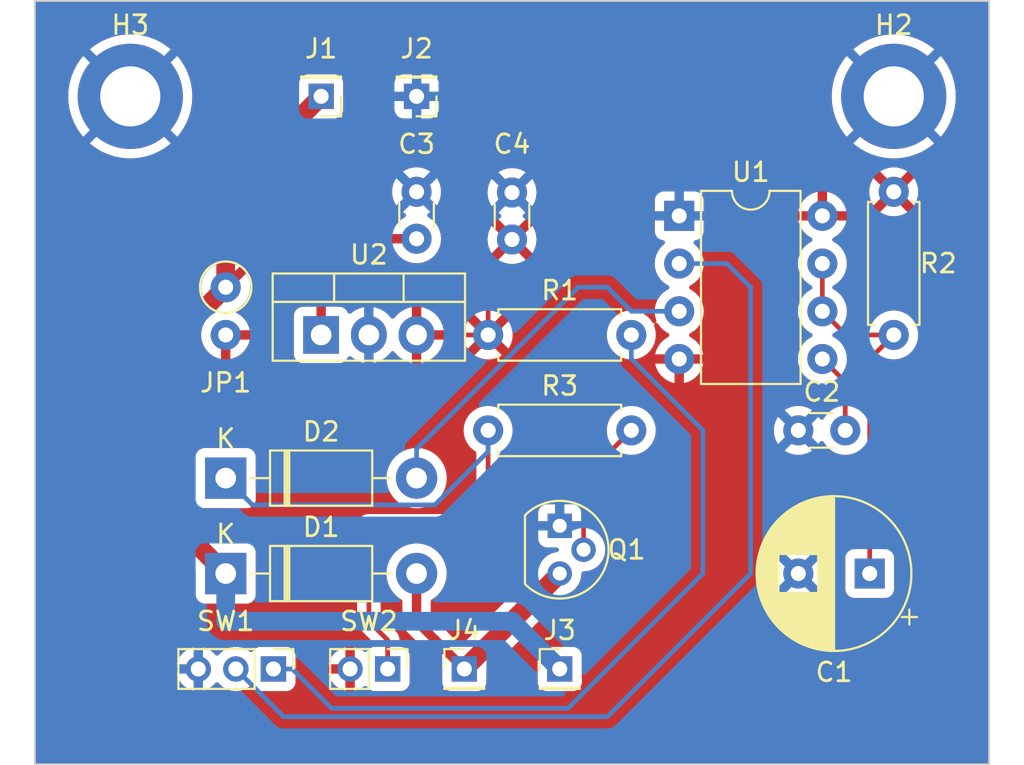
<source format=kicad_pcb>
(kicad_pcb (version 20221018) (generator pcbnew)
  (title_block (title "555 Monostable Multivibrator"))
  (layers (0 "F.Cu" signal) (31 "B.Cu" signal) (34 "B.Paste" user) (35 "F.Paste" user) (36 "B.SilkS" user "B.Silkscreen") (37 "F.SilkS" user "F.Silkscreen") (38 "B.Mask" user) (39 "F.Mask" user) (44 "Edge.Cuts" user))
  (net 0 "")
  (net 1 "Net-(U1-DIS)")
  (net 2 "GND")
  (net 3 "Net-(U1-CV)")
  (net 4 "VCC")
  (net 5 "/555_VIN")
  (net 6 "Net-(D2-K)")
  (net 7 "/555_OUT")
  (net 8 "Net-(Q1-B)")
  (net 9 "Net-(SW1-A)")
  (net 10 "Net-(SW1-B)")
  (net 11 "Net-(D1-A)")
  (footprint "Connector_PinHeader_2.00mm:PinHeader_1x01_P2.00mm_Vertical" (layer "F.Cu") (at 144.78 78.74)
    (fp_text reference "J4" (at 0 -2.06) (layer "F.SilkS"))
    (fp_text value "LOAD_COM")
    (fp_line (start -1.06 -1.06) (end 0 -1.06) (stroke (width 0.12)) (layer "F.SilkS"))
    (fp_line (start -1.06 0) (end -1.06 -1.06) (stroke (width 0.12)) (layer "F.SilkS"))
    (fp_line (start -1.06 1) (end -1.06 1.06) (stroke (width 0.12)) (layer "F.SilkS"))
    (fp_line (start -1.06 1) (end 1.06 1) (stroke (width 0.12)) (layer "F.SilkS"))
    (fp_line (start -1.06 1.06) (end 1.06 1.06) (stroke (width 0.12)) (layer "F.SilkS"))
    (fp_line (start 1.06 1) (end 1.06 1.06) (stroke (width 0.12)) (layer "F.SilkS"))
    (pad "1" thru_hole rect (at 0 0) (size 1.35 1.35) (drill 0.8) (layers "*.Cu" "*.Mask") (net 11 "Net-(D1-A)"))
  )
  (footprint "Package_TO_SOT_THT:TO-92" (layer "F.Cu") (at 149.86 71.12 -90)
    (fp_text reference "Q1" (at 1.27 -3.56 -180) (layer "F.SilkS"))
    (fp_text value "2N3904")
    (fp_line (start -0.53 1.85) (end 3.07 1.85) (stroke (width 0.12)) (layer "F.SilkS"))
    (fp_arc (start -0.568478 1.838478) (mid -1.132087 -0.994977) (end 1.27 -2.6) (stroke (width 0.12)) (layer "F.SilkS"))
    (fp_arc (start 1.27 -2.6) (mid 3.672087 -0.994977) (end 3.108478 1.838478) (stroke (width 0.12)) (layer "F.SilkS"))
    (pad "1" thru_hole rect (at 0 0 270) (size 1.3 1.3) (drill 0.75) (layers "*.Cu" "*.Mask") (net 2 "GND"))
    (pad "2" thru_hole circle (at 1.27 -1.27 270) (size 1.3 1.3) (drill 0.75) (layers "*.Cu" "*.Mask") (net 8 "Net-(Q1-B)"))
    (pad "3" thru_hole circle (at 2.54 0 270) (size 1.3 1.3) (drill 0.75) (layers "*.Cu" "*.Mask") (net 11 "Net-(D1-A)"))
  )
  (footprint "Resistor_THT:R_Axial_DIN0207_L6.3mm_D2.5mm_P7.62mm_Horizontal" (layer "F.Cu") (at 146.05 60.96)
    (fp_text reference "R1" (at 3.81 -2.37) (layer "F.SilkS"))
    (fp_text value "100K")
    (fp_line (start 0.54 -1.37) (end 7.08 -1.37) (stroke (width 0.12)) (layer "F.SilkS"))
    (fp_line (start 0.54 -1.04) (end 0.54 -1.37) (stroke (width 0.12)) (layer "F.SilkS"))
    (fp_line (start 0.54 1.04) (end 0.54 1.37) (stroke (width 0.12)) (layer "F.SilkS"))
    (fp_line (start 0.54 1.37) (end 7.08 1.37) (stroke (width 0.12)) (layer "F.SilkS"))
    (fp_line (start 7.08 -1.37) (end 7.08 -1.04) (stroke (width 0.12)) (layer "F.SilkS"))
    (fp_line (start 7.08 1.37) (end 7.08 1.04) (stroke (width 0.12)) (layer "F.SilkS"))
    (pad "1" thru_hole circle (at 0 0) (size 1.6 1.6) (drill 0.8) (layers "*.Cu" "*.Mask") (net 5 "/555_VIN"))
    (pad "2" thru_hole oval (at 7.62 0) (size 1.6 1.6) (drill 0.8) (layers "*.Cu" "*.Mask") (net 9 "Net-(SW1-A)"))
  )
  (footprint "Resistor_THT:R_Axial_DIN0207_L6.3mm_D2.5mm_P7.62mm_Horizontal" (layer "F.Cu") (at 146.05 66.04)
    (fp_text reference "R3" (at 3.81 -2.37) (layer "F.SilkS"))
    (fp_text value "120")
    (fp_line (start 0.54 -1.37) (end 7.08 -1.37) (stroke (width 0.12)) (layer "F.SilkS"))
    (fp_line (start 0.54 -1.04) (end 0.54 -1.37) (stroke (width 0.12)) (layer "F.SilkS"))
    (fp_line (start 0.54 1.04) (end 0.54 1.37) (stroke (width 0.12)) (layer "F.SilkS"))
    (fp_line (start 0.54 1.37) (end 7.08 1.37) (stroke (width 0.12)) (layer "F.SilkS"))
    (fp_line (start 7.08 -1.37) (end 7.08 -1.04) (stroke (width 0.12)) (layer "F.SilkS"))
    (fp_line (start 7.08 1.37) (end 7.08 1.04) (stroke (width 0.12)) (layer "F.SilkS"))
    (pad "1" thru_hole circle (at 0 0) (size 1.6 1.6) (drill 0.8) (layers "*.Cu" "*.Mask") (net 6 "Net-(D2-K)"))
    (pad "2" thru_hole oval (at 7.62 0) (size 1.6 1.6) (drill 0.8) (layers "*.Cu" "*.Mask") (net 8 "Net-(Q1-B)"))
  )
  (footprint "Connector_PinHeader_2.00mm:PinHeader_1x02_P2.00mm_Vertical" (layer "F.Cu") (at 140.7 78.74 -90)
    (fp_text reference "SW2" (at -2.54 1) (layer "F.SilkS"))
    (fp_text value "SW_BYPASS")
    (fp_line (start -1.06 -1.06) (end 0 -1.06) (stroke (width 0.12)) (layer "F.SilkS"))
    (fp_line (start -1.06 0) (end -1.06 -1.06) (stroke (width 0.12)) (layer "F.SilkS"))
    (fp_line (start -1.06 1) (end -1.06 3.06) (stroke (width 0.12)) (layer "F.SilkS"))
    (fp_line (start -1.06 1) (end 1.06 1) (stroke (width 0.12)) (layer "F.SilkS"))
    (fp_line (start -1.06 3.06) (end 1.06 3.06) (stroke (width 0.12)) (layer "F.SilkS"))
    (fp_line (start 1.06 1) (end 1.06 3.06) (stroke (width 0.12)) (layer "F.SilkS"))
    (pad "1" thru_hole rect (at 0 0 270) (size 1.35 1.35) (drill 0.8) (layers "*.Cu" "*.Mask") (net 6 "Net-(D2-K)"))
    (pad "2" thru_hole oval (at 0 2 270) (size 1.35 1.35) (drill 0.8) (layers "*.Cu" "*.Mask") (net 5 "/555_VIN"))
  )
  (footprint "Package_TO_SOT_THT:TO-220-3_Vertical" (layer "F.Cu") (at 137.16 60.96)
    (fp_text reference "U2" (at 2.54 -4.27) (layer "F.SilkS"))
    (fp_text value "LM7805_TO220")
    (fp_line (start -2.58 -3.27) (end -2.58 1.371) (stroke (width 0.12)) (layer "F.SilkS"))
    (fp_line (start -2.58 -3.27) (end 7.66 -3.27) (stroke (width 0.12)) (layer "F.SilkS"))
    (fp_line (start -2.58 -1.76) (end 7.66 -1.76) (stroke (width 0.12)) (layer "F.SilkS"))
    (fp_line (start -2.58 1.371) (end 7.66 1.371) (stroke (width 0.12)) (layer "F.SilkS"))
    (fp_line (start 0.69 -3.27) (end 0.69 -1.76) (stroke (width 0.12)) (layer "F.SilkS"))
    (fp_line (start 4.391 -3.27) (end 4.391 -1.76) (stroke (width 0.12)) (layer "F.SilkS"))
    (fp_line (start 7.66 -3.27) (end 7.66 1.371) (stroke (width 0.12)) (layer "F.SilkS"))
    (pad "1" thru_hole rect (at 0 0) (size 1.905 2) (drill 1.1) (layers "*.Cu" "*.Mask") (net 4 "VCC"))
    (pad "2" thru_hole oval (at 2.54 0) (size 1.905 2) (drill 1.1) (layers "*.Cu" "*.Mask") (net 2 "GND"))
    (pad "3" thru_hole oval (at 5.08 0) (size 1.905 2) (drill 1.1) (layers "*.Cu" "*.Mask") (net 5 "/555_VIN"))
  )
  (footprint "MountingHole:MountingHole_3.2mm_M3_DIN965_Pad_TopBottom" (layer "F.Cu") (at 167.64 48.26)
    (fp_text reference "H2" (at 0 -3.8) (layer "F.SilkS"))
    (fp_text value "MountingHole_Pad")
    (pad "1" thru_hole circle (at 0 0) (size 3.6 3.6) (drill 3.2) (layers "*.Cu" "*.Mask") (net 2 "GND"))
    (pad "1" connect circle (at 0 0) (size 5.6 5.6) (layers "F.Cu" "F.Mask") (net 2 "GND"))
    (pad "1" connect circle (at 0 0) (size 5.6 5.6) (layers "B.Cu" "B.Mask") (net 2 "GND"))
  )
  (footprint "Resistor_THT:R_Axial_DIN0207_L6.3mm_D2.5mm_P7.62mm_Horizontal" (layer "F.Cu") (at 167.64 53.34 -90)
    (fp_text reference "R2" (at 3.81 -2.37) (layer "F.SilkS"))
    (fp_text value "POT")
    (fp_line (start 0.54 -1.37) (end 7.08 -1.37) (stroke (width 0.12)) (layer "F.SilkS"))
    (fp_line (start 0.54 -1.04) (end 0.54 -1.37) (stroke (width 0.12)) (layer "F.SilkS"))
    (fp_line (start 0.54 1.04) (end 0.54 1.37) (stroke (width 0.12)) (layer "F.SilkS"))
    (fp_line (start 0.54 1.37) (end 7.08 1.37) (stroke (width 0.12)) (layer "F.SilkS"))
    (fp_line (start 7.08 -1.37) (end 7.08 -1.04) (stroke (width 0.12)) (layer "F.SilkS"))
    (fp_line (start 7.08 1.37) (end 7.08 1.04) (stroke (width 0.12)) (layer "F.SilkS"))
    (pad "1" thru_hole circle (at 0 0 270) (size 1.6 1.6) (drill 0.8) (layers "*.Cu" "*.Mask") (net 5 "/555_VIN"))
    (pad "2" thru_hole oval (at 7.62 0 270) (size 1.6 1.6) (drill 0.8) (layers "*.Cu" "*.Mask") (net 1 "Net-(U1-DIS)"))
  )
  (footprint "Capacitor_THT:C_Disc_D3.0mm_W1.6mm_P2.50mm" (layer "F.Cu") (at 142.24 55.84 90)
    (fp_text reference "C3" (at 5.04 0 180) (layer "F.SilkS"))
    (fp_text value "0.33uF")
    (fp_line (start 0.621 -0.92) (end 1.879 -0.92) (stroke (width 0.12)) (layer "F.SilkS"))
    (fp_line (start 0.621 0.92) (end 1.879 0.92) (stroke (width 0.12)) (layer "F.SilkS"))
    (pad "1" thru_hole circle (at 0 0 90) (size 1.6 1.6) (drill 0.8) (layers "*.Cu" "*.Mask") (net 4 "VCC"))
    (pad "2" thru_hole circle (at 2.5 0 90) (size 1.6 1.6) (drill 0.8) (layers "*.Cu" "*.Mask") (net 2 "GND"))
  )
  (footprint "Resistor_THT:R_Axial_DIN0207_L6.3mm_D2.5mm_P2.54mm_Vertical" (layer "F.Cu") (at 132.08 58.42 -90)
    (fp_text reference "JP1" (at 5.08 0 -180) (layer "F.SilkS"))
    (fp_text value "Jumper_2_Open")
    (fp_line (start 1.37 0) (end 1.44 0) (stroke (width 0.12)) (layer "F.SilkS"))
    (fp_circle (center 0 0) (end 1.37 0) (stroke (width 0.12)) (fill none) (layer "F.SilkS"))
    (pad "1" thru_hole circle (at 0 0 270) (size 1.6 1.6) (drill 0.8) (layers "*.Cu" "*.Mask") (net 4 "VCC"))
    (pad "2" thru_hole oval (at 2.54 0 270) (size 1.6 1.6) (drill 0.8) (layers "*.Cu" "*.Mask") (net 5 "/555_VIN"))
  )
  (footprint "Connector_PinHeader_2.00mm:PinHeader_1x01_P2.00mm_Vertical" (layer "F.Cu") (at 137.16 48.26 180)
    (fp_text reference "J1" (at 0 2.54) (layer "F.SilkS"))
    (fp_text value "VCC_IN")
    (fp_line (start -1.06 -1.06) (end 0 -1.06) (stroke (width 0.12)) (layer "F.SilkS"))
    (fp_line (start -1.06 0) (end -1.06 -1.06) (stroke (width 0.12)) (layer "F.SilkS"))
    (fp_line (start -1.06 1) (end -1.06 1.06) (stroke (width 0.12)) (layer "F.SilkS"))
    (fp_line (start -1.06 1) (end 1.06 1) (stroke (width 0.12)) (layer "F.SilkS"))
    (fp_line (start -1.06 1.06) (end 1.06 1.06) (stroke (width 0.12)) (layer "F.SilkS"))
    (fp_line (start 1.06 1) (end 1.06 1.06) (stroke (width 0.12)) (layer "F.SilkS"))
    (pad "1" thru_hole rect (at 0 0 180) (size 1.35 1.35) (drill 0.8) (layers "*.Cu" "*.Mask") (net 4 "VCC"))
  )
  (footprint "MountingHole:MountingHole_3.2mm_M3_DIN965_Pad_TopBottom" (layer "F.Cu") (at 127 48.26)
    (fp_text reference "H3" (at 0 -3.8) (layer "F.SilkS"))
    (fp_text value "MountingHole_Pad")
    (pad "1" thru_hole circle (at 0 0) (size 3.6 3.6) (drill 3.2) (layers "*.Cu" "*.Mask") (net 2 "GND"))
    (pad "1" connect circle (at 0 0) (size 5.6 5.6) (layers "F.Cu" "F.Mask") (net 2 "GND"))
    (pad "1" connect circle (at 0 0) (size 5.6 5.6) (layers "B.Cu" "B.Mask") (net 2 "GND"))
  )
  (footprint "Connector_PinHeader_2.00mm:PinHeader_1x03_P2.00mm_Vertical" (layer "F.Cu") (at 134.62 78.74 -90)
    (fp_text reference "SW1" (at -2.54 2.54) (layer "F.SilkS"))
    (fp_text value "SW_TRIG")
    (fp_line (start -1.06 -1.06) (end 0 -1.06) (stroke (width 0.12)) (layer "F.SilkS"))
    (fp_line (start -1.06 0) (end -1.06 -1.06) (stroke (width 0.12)) (layer "F.SilkS"))
    (fp_line (start -1.06 1) (end -1.06 5.06) (stroke (width 0.12)) (layer "F.SilkS"))
    (fp_line (start -1.06 1) (end 1.06 1) (stroke (width 0.12)) (layer "F.SilkS"))
    (fp_line (start -1.06 5.06) (end 1.06 5.06) (stroke (width 0.12)) (layer "F.SilkS"))
    (fp_line (start 1.06 1) (end 1.06 5.06) (stroke (width 0.12)) (layer "F.SilkS"))
    (pad "1" thru_hole rect (at 0 0 270) (size 1.35 1.35) (drill 0.8) (layers "*.Cu" "*.Mask") (net 9 "Net-(SW1-A)"))
    (pad "2" thru_hole oval (at 0 2 270) (size 1.35 1.35) (drill 0.8) (layers "*.Cu" "*.Mask") (net 10 "Net-(SW1-B)"))
    (pad "3" thru_hole oval (at 0 4 270) (size 1.35 1.35) (drill 0.8) (layers "*.Cu" "*.Mask") (net 2 "GND"))
  )
  (footprint "Capacitor_THT:C_Disc_D3.0mm_W1.6mm_P2.50mm" (layer "F.Cu") (at 162.56 66.04)
    (fp_text reference "C2" (at 1.25 -2.05) (layer "F.SilkS"))
    (fp_text value "10nF")
    (fp_line (start 0.621 -0.92) (end 1.879 -0.92) (stroke (width 0.12)) (layer "F.SilkS"))
    (fp_line (start 0.621 0.92) (end 1.879 0.92) (stroke (width 0.12)) (layer "F.SilkS"))
    (pad "1" thru_hole circle (at 0 0) (size 1.6 1.6) (drill 0.8) (layers "*.Cu" "*.Mask") (net 2 "GND"))
    (pad "2" thru_hole circle (at 2.5 0) (size 1.6 1.6) (drill 0.8) (layers "*.Cu" "*.Mask") (net 3 "Net-(U1-CV)"))
  )
  (footprint "Package_DIP:DIP-8_W7.62mm" (layer "F.Cu") (at 156.22 54.62)
    (fp_text reference "U1" (at 3.81 -2.33) (layer "F.SilkS"))
    (fp_text value "NE555P")
    (fp_line (start 1.16 -1.33) (end 1.16 8.95) (stroke (width 0.12)) (layer "F.SilkS"))
    (fp_line (start 1.16 8.95) (end 6.46 8.95) (stroke (width 0.12)) (layer "F.SilkS"))
    (fp_line (start 2.81 -1.33) (end 1.16 -1.33) (stroke (width 0.12)) (layer "F.SilkS"))
    (fp_line (start 6.46 -1.33) (end 4.81 -1.33) (stroke (width 0.12)) (layer "F.SilkS"))
    (fp_line (start 6.46 8.95) (end 6.46 -1.33) (stroke (width 0.12)) (layer "F.SilkS"))
    (fp_arc (start 4.81 -1.33) (mid 3.81 -0.33) (end 2.81 -1.33) (stroke (width 0.12)) (layer "F.SilkS"))
    (pad "1" thru_hole rect (at 0 0) (size 1.6 1.6) (drill 0.8) (layers "*.Cu" "*.Mask") (net 2 "GND"))
    (pad "2" thru_hole oval (at 0 2.54) (size 1.6 1.6) (drill 0.8) (layers "*.Cu" "*.Mask") (net 10 "Net-(SW1-B)"))
    (pad "3" thru_hole oval (at 0 5.08) (size 1.6 1.6) (drill 0.8) (layers "*.Cu" "*.Mask") (net 7 "/555_OUT"))
    (pad "4" thru_hole oval (at 0 7.62) (size 1.6 1.6) (drill 0.8) (layers "*.Cu" "*.Mask") (net 5 "/555_VIN"))
    (pad "5" thru_hole oval (at 7.62 7.62) (size 1.6 1.6) (drill 0.8) (layers "*.Cu" "*.Mask") (net 3 "Net-(U1-CV)"))
    (pad "6" thru_hole oval (at 7.62 5.08) (size 1.6 1.6) (drill 0.8) (layers "*.Cu" "*.Mask") (net 1 "Net-(U1-DIS)"))
    (pad "7" thru_hole oval (at 7.62 2.54) (size 1.6 1.6) (drill 0.8) (layers "*.Cu" "*.Mask") (net 1 "Net-(U1-DIS)"))
    (pad "8" thru_hole oval (at 7.62 0) (size 1.6 1.6) (drill 0.8) (layers "*.Cu" "*.Mask") (net 5 "/555_VIN"))
  )
  (footprint "Connector_PinHeader_2.00mm:PinHeader_1x01_P2.00mm_Vertical" (layer "F.Cu") (at 149.86 78.74)
    (fp_text reference "J3" (at 0 -2.06) (layer "F.SilkS"))
    (fp_text value "LOAD_VIN")
    (fp_line (start -1.06 -1.06) (end 0 -1.06) (stroke (width 0.12)) (layer "F.SilkS"))
    (fp_line (start -1.06 0) (end -1.06 -1.06) (stroke (width 0.12)) (layer "F.SilkS"))
    (fp_line (start -1.06 1) (end -1.06 1.06) (stroke (width 0.12)) (layer "F.SilkS"))
    (fp_line (start -1.06 1) (end 1.06 1) (stroke (width 0.12)) (layer "F.SilkS"))
    (fp_line (start -1.06 1.06) (end 1.06 1.06) (stroke (width 0.12)) (layer "F.SilkS"))
    (fp_line (start 1.06 1) (end 1.06 1.06) (stroke (width 0.12)) (layer "F.SilkS"))
    (pad "1" thru_hole rect (at 0 0) (size 1.35 1.35) (drill 0.8) (layers "*.Cu" "*.Mask") (net 4 "VCC"))
  )
  (footprint "Connector_PinHeader_2.00mm:PinHeader_1x01_P2.00mm_Vertical" (layer "F.Cu") (at 142.24 48.26 180)
    (fp_text reference "J2" (at 0 2.54) (layer "F.SilkS"))
    (fp_text value "GND_IN")
    (fp_line (start -1.06 -1.06) (end 0 -1.06) (stroke (width 0.12)) (layer "F.SilkS"))
    (fp_line (start -1.06 0) (end -1.06 -1.06) (stroke (width 0.12)) (layer "F.SilkS"))
    (fp_line (start -1.06 1) (end -1.06 1.06) (stroke (width 0.12)) (layer "F.SilkS"))
    (fp_line (start -1.06 1) (end 1.06 1) (stroke (width 0.12)) (layer "F.SilkS"))
    (fp_line (start -1.06 1.06) (end 1.06 1.06) (stroke (width 0.12)) (layer "F.SilkS"))
    (fp_line (start 1.06 1) (end 1.06 1.06) (stroke (width 0.12)) (layer "F.SilkS"))
    (pad "1" thru_hole rect (at 0 0 180) (size 1.35 1.35) (drill 0.8) (layers "*.Cu" "*.Mask") (net 2 "GND"))
  )
  (footprint "Capacitor_THT:C_Disc_D3.0mm_W1.6mm_P2.50mm" (layer "F.Cu") (at 147.32 55.88 90)
    (fp_text reference "C4" (at 5.08 0 180) (layer "F.SilkS"))
    (fp_text value "0.1uF")
    (fp_line (start 0.621 -0.92) (end 1.879 -0.92) (stroke (width 0.12)) (layer "F.SilkS"))
    (fp_line (start 0.621 0.92) (end 1.879 0.92) (stroke (width 0.12)) (layer "F.SilkS"))
    (pad "1" thru_hole circle (at 0 0 90) (size 1.6 1.6) (drill 0.8) (layers "*.Cu" "*.Mask") (net 5 "/555_VIN"))
    (pad "2" thru_hole circle (at 2.5 0 90) (size 1.6 1.6) (drill 0.8) (layers "*.Cu" "*.Mask") (net 2 "GND"))
  )
  (footprint "Diode_THT:D_DO-41_SOD81_P10.16mm_Horizontal" (layer "F.Cu") (at 132.08 68.58)
    (fp_text reference "D2" (at 5.08 -2.47) (layer "F.SilkS"))
    (fp_text value "1N4001")
    (fp_text user "K" (at 0 -2.1) (layer "F.SilkS"))
    (fp_line (start 1.34 0) (end 2.36 0) (stroke (width 0.12)) (layer "F.SilkS"))
    (fp_line (start 2.36 -1.47) (end 2.36 1.47) (stroke (width 0.12)) (layer "F.SilkS"))
    (fp_line (start 2.36 1.47) (end 7.8 1.47) (stroke (width 0.12)) (layer "F.SilkS"))
    (fp_line (start 3.14 -1.47) (end 3.14 1.47) (stroke (width 0.12)) (layer "F.SilkS"))
    (fp_line (start 3.26 -1.47) (end 3.26 1.47) (stroke (width 0.12)) (layer "F.SilkS"))
    (fp_line (start 3.38 -1.47) (end 3.38 1.47) (stroke (width 0.12)) (layer "F.SilkS"))
    (fp_line (start 7.8 -1.47) (end 2.36 -1.47) (stroke (width 0.12)) (layer "F.SilkS"))
    (fp_line (start 7.8 1.47) (end 7.8 -1.47) (stroke (width 0.12)) (layer "F.SilkS"))
    (fp_line (start 8.82 0) (end 7.8 0) (stroke (width 0.12)) (layer "F.SilkS"))
    (pad "1" thru_hole rect (at 0 0) (size 2.2 2.2) (drill 1.1) (layers "*.Cu" "*.Mask") (net 6 "Net-(D2-K)"))
    (pad "2" thru_hole oval (at 10.16 0) (size 2.2 2.2) (drill 1.1) (layers "*.Cu" "*.Mask") (net 7 "/555_OUT"))
  )
  (footprint "Diode_THT:D_DO-41_SOD81_P10.16mm_Horizontal" (layer "F.Cu") (at 132.08 73.66)
    (fp_text reference "D1" (at 5.08 -2.47) (layer "F.SilkS"))
    (fp_text value "1N4001")
    (fp_text user "K" (at 0 -2.1) (layer "F.SilkS"))
    (fp_line (start 1.34 0) (end 2.36 0) (stroke (width 0.12)) (layer "F.SilkS"))
    (fp_line (start 2.36 -1.47) (end 2.36 1.47) (stroke (width 0.12)) (layer "F.SilkS"))
    (fp_line (start 2.36 1.47) (end 7.8 1.47) (stroke (width 0.12)) (layer "F.SilkS"))
    (fp_line (start 3.14 -1.47) (end 3.14 1.47) (stroke (width 0.12)) (layer "F.SilkS"))
    (fp_line (start 3.26 -1.47) (end 3.26 1.47) (stroke (width 0.12)) (layer "F.SilkS"))
    (fp_line (start 3.38 -1.47) (end 3.38 1.47) (stroke (width 0.12)) (layer "F.SilkS"))
    (fp_line (start 7.8 -1.47) (end 2.36 -1.47) (stroke (width 0.12)) (layer "F.SilkS"))
    (fp_line (start 7.8 1.47) (end 7.8 -1.47) (stroke (width 0.12)) (layer "F.SilkS"))
    (fp_line (start 8.82 0) (end 7.8 0) (stroke (width 0.12)) (layer "F.SilkS"))
    (pad "1" thru_hole rect (at 0 0) (size 2.2 2.2) (drill 1.1) (layers "*.Cu" "*.Mask") (net 4 "VCC"))
    (pad "2" thru_hole oval (at 10.16 0) (size 2.2 2.2) (drill 1.1) (layers "*.Cu" "*.Mask") (net 11 "Net-(D1-A)"))
  )
  (footprint "Capacitor_THT:CP_Radial_D8.0mm_P3.80mm" (layer "F.Cu") (at 166.36 73.66 180)
    (fp_text reference "C1" (at 1.9 -5.25) (layer "F.SilkS"))
    (fp_text value "C")
    (fp_line (start -2.509698 -2.315) (end -1.709698 -2.315) (stroke (width 0.12)) (layer "F.SilkS"))
    (fp_line (start -2.109698 -2.715) (end -2.109698 -1.915) (stroke (width 0.12)) (layer "F.SilkS"))
    (fp_line (start 1.9 -4.08) (end 1.9 4.08) (stroke (width 0.12)) (layer "F.SilkS"))
    (fp_line (start 1.94 -4.08) (end 1.94 4.08) (stroke (width 0.12)) (layer "F.SilkS"))
    (fp_line (start 1.98 -4.08) (end 1.98 4.08) (stroke (width 0.12)) (layer "F.SilkS"))
    (fp_line (start 2.02 -4.079) (end 2.02 4.079) (stroke (width 0.12)) (layer "F.SilkS"))
    (fp_line (start 2.06 -4.077) (end 2.06 4.077) (stroke (width 0.12)) (layer "F.SilkS"))
    (fp_line (start 2.1 -4.076) (end 2.1 4.076) (stroke (width 0.12)) (layer "F.SilkS"))
    (fp_line (start 2.14 -4.074) (end 2.14 4.074) (stroke (width 0.12)) (layer "F.SilkS"))
    (fp_line (start 2.18 -4.071) (end 2.18 4.071) (stroke (width 0.12)) (layer "F.SilkS"))
    (fp_line (start 2.22 -4.068) (end 2.22 4.068) (stroke (width 0.12)) (layer "F.SilkS"))
    (fp_line (start 2.26 -4.065) (end 2.26 4.065) (stroke (width 0.12)) (layer "F.SilkS"))
    (fp_line (start 2.3 -4.061) (end 2.3 4.061) (stroke (width 0.12)) (layer "F.SilkS"))
    (fp_line (start 2.34 -4.057) (end 2.34 4.057) (stroke (width 0.12)) (layer "F.SilkS"))
    (fp_line (start 2.38 -4.052) (end 2.38 4.052) (stroke (width 0.12)) (layer "F.SilkS"))
    (fp_line (start 2.42 -4.048) (end 2.42 4.048) (stroke (width 0.12)) (layer "F.SilkS"))
    (fp_line (start 2.46 -4.042) (end 2.46 4.042) (stroke (width 0.12)) (layer "F.SilkS"))
    (fp_line (start 2.5 -4.037) (end 2.5 4.037) (stroke (width 0.12)) (layer "F.SilkS"))
    (fp_line (start 2.54 -4.03) (end 2.54 4.03) (stroke (width 0.12)) (layer "F.SilkS"))
    (fp_line (start 2.58 -4.024) (end 2.58 4.024) (stroke (width 0.12)) (layer "F.SilkS"))
    (fp_line (start 2.621 -4.017) (end 2.621 4.017) (stroke (width 0.12)) (layer "F.SilkS"))
    (fp_line (start 2.661 -4.01) (end 2.661 4.01) (stroke (width 0.12)) (layer "F.SilkS"))
    (fp_line (start 2.701 -4.002) (end 2.701 4.002) (stroke (width 0.12)) (layer "F.SilkS"))
    (fp_line (start 2.741 -3.994) (end 2.741 3.994) (stroke (width 0.12)) (layer "F.SilkS"))
    (fp_line (start 2.781 -3.985) (end 2.781 -1.04) (stroke (width 0.12)) (layer "F.SilkS"))
    (fp_line (start 2.781 1.04) (end 2.781 3.985) (stroke (width 0.12)) (layer "F.SilkS"))
    (fp_line (start 2.821 -3.976) (end 2.821 -1.04) (stroke (width 0.12)) (layer "F.SilkS"))
    (fp_line (start 2.821 1.04) (end 2.821 3.976) (stroke (width 0.12)) (layer "F.SilkS"))
    (fp_line (start 2.861 -3.967) (end 2.861 -1.04) (stroke (width 0.12)) (layer "F.SilkS"))
    (fp_line (start 2.861 1.04) (end 2.861 3.967) (stroke (width 0.12)) (layer "F.SilkS"))
    (fp_line (start 2.901 -3.957) (end 2.901 -1.04) (stroke (width 0.12)) (layer "F.SilkS"))
    (fp_line (start 2.901 1.04) (end 2.901 3.957) (stroke (width 0.12)) (layer "F.SilkS"))
    (fp_line (start 2.941 -3.947) (end 2.941 -1.04) (stroke (width 0.12)) (layer "F.SilkS"))
    (fp_line (start 2.941 1.04) (end 2.941 3.947) (stroke (width 0.12)) (layer "F.SilkS"))
    (fp_line (start 2.981 -3.936) (end 2.981 -1.04) (stroke (width 0.12)) (layer "F.SilkS"))
    (fp_line (start 2.981 1.04) (end 2.981 3.936) (stroke (width 0.12)) (layer "F.SilkS"))
    (fp_line (start 3.021 -3.925) (end 3.021 -1.04) (stroke (width 0.12)) (layer "F.SilkS"))
    (fp_line (start 3.021 1.04) (end 3.021 3.925) (stroke (width 0.12)) (layer "F.SilkS"))
    (fp_line (start 3.061 -3.914) (end 3.061 -1.04) (stroke (width 0.12)) (layer "F.SilkS"))
    (fp_line (start 3.061 1.04) (end 3.061 3.914) (stroke (width 0.12)) (layer "F.SilkS"))
    (fp_line (start 3.101 -3.902) (end 3.101 -1.04) (stroke (width 0.12)) (layer "F.SilkS"))
    (fp_line (start 3.101 1.04) (end 3.101 3.902) (stroke (width 0.12)) (layer "F.SilkS"))
    (fp_line (start 3.141 -3.889) (end 3.141 -1.04) (stroke (width 0.12)) (layer "F.SilkS"))
    (fp_line (start 3.141 1.04) (end 3.141 3.889) (stroke (width 0.12)) (layer "F.SilkS"))
    (fp_line (start 3.181 -3.877) (end 3.181 -1.04) (stroke (width 0.12)) (layer "F.SilkS"))
    (fp_line (start 3.181 1.04) (end 3.181 3.877) (stroke (width 0.12)) (layer "F.SilkS"))
    (fp_line (start 3.221 -3.863) (end 3.221 -1.04) (stroke (width 0.12)) (layer "F.SilkS"))
    (fp_line (start 3.221 1.04) (end 3.221 3.863) (stroke (width 0.12)) (layer "F.SilkS"))
    (fp_line (start 3.261 -3.85) (end 3.261 -1.04) (stroke (width 0.12)) (layer "F.SilkS"))
    (fp_line (start 3.261 1.04) (end 3.261 3.85) (stroke (width 0.12)) (layer "F.SilkS"))
    (fp_line (start 3.301 -3.835) (end 3.301 -1.04) (stroke (width 0.12)) (layer "F.SilkS"))
    (fp_line (start 3.301 1.04) (end 3.301 3.835) (stroke (width 0.12)) (layer "F.SilkS"))
    (fp_line (start 3.341 -3.821) (end 3.341 -1.04) (stroke (width 0.12)) (layer "F.SilkS"))
    (fp_line (start 3.341 1.04) (end 3.341 3.821) (stroke (width 0.12)) (layer "F.SilkS"))
    (fp_line (start 3.381 -3.805) (end 3.381 -1.04) (stroke (width 0.12)) (layer "F.SilkS"))
    (fp_line (start 3.381 1.04) (end 3.381 3.805) (stroke (width 0.12)) (layer "F.SilkS"))
    (fp_line (start 3.421 -3.79) (end 3.421 -1.04) (stroke (width 0.12)) (layer "F.SilkS"))
    (fp_line (start 3.421 1.04) (end 3.421 3.79) (stroke (width 0.12)) (layer "F.SilkS"))
    (fp_line (start 3.461 -3.774) (end 3.461 -1.04) (stroke (width 0.12)) (layer "F.SilkS"))
    (fp_line (start 3.461 1.04) (end 3.461 3.774) (stroke (width 0.12)) (layer "F.SilkS"))
    (fp_line (start 3.501 -3.757) (end 3.501 -1.04) (stroke (width 0.12)) (layer "F.SilkS"))
    (fp_line (start 3.501 1.04) (end 3.501 3.757) (stroke (width 0.12)) (layer "F.SilkS"))
    (fp_line (start 3.541 -3.74) (end 3.541 -1.04) (stroke (width 0.12)) (layer "F.SilkS"))
    (fp_line (start 3.541 1.04) (end 3.541 3.74) (stroke (width 0.12)) (layer "F.SilkS"))
    (fp_line (start 3.581 -3.722) (end 3.581 -1.04) (stroke (width 0.12)) (layer "F.SilkS"))
    (fp_line (start 3.581 1.04) (end 3.581 3.722) (stroke (width 0.12)) (layer "F.SilkS"))
    (fp_line (start 3.621 -3.704) (end 3.621 -1.04) (stroke (width 0.12)) (layer "F.SilkS"))
    (fp_line (start 3.621 1.04) (end 3.621 3.704) (stroke (width 0.12)) (layer "F.SilkS"))
    (fp_line (start 3.661 -3.686) (end 3.661 -1.04) (stroke (width 0.12)) (layer "F.SilkS"))
    (fp_line (start 3.661 1.04) (end 3.661 3.686) (stroke (width 0.12)) (layer "F.SilkS"))
    (fp_line (start 3.701 -3.666) (end 3.701 -1.04) (stroke (width 0.12)) (layer "F.SilkS"))
    (fp_line (start 3.701 1.04) (end 3.701 3.666) (stroke (width 0.12)) (layer "F.SilkS"))
    (fp_line (start 3.741 -3.647) (end 3.741 -1.04) (stroke (width 0.12)) (layer "F.SilkS"))
    (fp_line (start 3.741 1.04) (end 3.741 3.647) (stroke (width 0.12)) (layer "F.SilkS"))
    (fp_line (start 3.781 -3.627) (end 3.781 -1.04) (stroke (width 0.12)) (layer "F.SilkS"))
    (fp_line (start 3.781 1.04) (end 3.781 3.627) (stroke (width 0.12)) (layer "F.SilkS"))
    (fp_line (start 3.821 -3.606) (end 3.821 -1.04) (stroke (width 0.12)) (layer "F.SilkS"))
    (fp_line (start 3.821 1.04) (end 3.821 3.606) (stroke (width 0.12)) (layer "F.SilkS"))
    (fp_line (start 3.861 -3.584) (end 3.861 -1.04) (stroke (width 0.12)) (layer "F.SilkS"))
    (fp_line (start 3.861 1.04) (end 3.861 3.584) (stroke (width 0.12)) (layer "F.SilkS"))
    (fp_line (start 3.901 -3.562) (end 3.901 -1.04) (stroke (width 0.12)) (layer "F.SilkS"))
    (fp_line (start 3.901 1.04) (end 3.901 3.562) (stroke (width 0.12)) (layer "F.SilkS"))
    (fp_line (start 3.941 -3.54) (end 3.941 -1.04) (stroke (width 0.12)) (layer "F.SilkS"))
    (fp_line (start 3.941 1.04) (end 3.941 3.54) (stroke (width 0.12)) (layer "F.SilkS"))
    (fp_line (start 3.981 -3.517) (end 3.981 -1.04) (stroke (width 0.12)) (layer "F.SilkS"))
    (fp_line (start 3.981 1.04) (end 3.981 3.517) (stroke (width 0.12)) (layer "F.SilkS"))
    (fp_line (start 4.021 -3.493) (end 4.021 -1.04) (stroke (width 0.12)) (layer "F.SilkS"))
    (fp_line (start 4.021 1.04) (end 4.021 3.493) (stroke (width 0.12)) (layer "F.SilkS"))
    (fp_line (start 4.061 -3.469) (end 4.061 -1.04) (stroke (width 0.12)) (layer "F.SilkS"))
    (fp_line (start 4.061 1.04) (end 4.061 3.469) (stroke (width 0.12)) (layer "F.SilkS"))
    (fp_line (start 4.101 -3.444) (end 4.101 -1.04) (stroke (width 0.12)) (layer "F.SilkS"))
    (fp_line (start 4.101 1.04) (end 4.101 3.444) (stroke (width 0.12)) (layer "F.SilkS"))
    (fp_line (start 4.141 -3.418) (end 4.141 -1.04) (stroke (width 0.12)) (layer "F.SilkS"))
    (fp_line (start 4.141 1.04) (end 4.141 3.418) (stroke (width 0.12)) (layer "F.SilkS"))
    (fp_line (start 4.181 -3.392) (end 4.181 -1.04) (stroke (width 0.12)) (layer "F.SilkS"))
    (fp_line (start 4.181 1.04) (end 4.181 3.392) (stroke (width 0.12)) (layer "F.SilkS"))
    (fp_line (start 4.221 -3.365) (end 4.221 -1.04) (stroke (width 0.12)) (layer "F.SilkS"))
    (fp_line (start 4.221 1.04) (end 4.221 3.365) (stroke (width 0.12)) (layer "F.SilkS"))
    (fp_line (start 4.261 -3.338) (end 4.261 -1.04) (stroke (width 0.12)) (layer "F.SilkS"))
    (fp_line (start 4.261 1.04) (end 4.261 3.338) (stroke (width 0.12)) (layer "F.SilkS"))
    (fp_line (start 4.301 -3.309) (end 4.301 -1.04) (stroke (width 0.12)) (layer "F.SilkS"))
    (fp_line (start 4.301 1.04) (end 4.301 3.309) (stroke (width 0.12)) (layer "F.SilkS"))
    (fp_line (start 4.341 -3.28) (end 4.341 -1.04) (stroke (width 0.12)) (layer "F.SilkS"))
    (fp_line (start 4.341 1.04) (end 4.341 3.28) (stroke (width 0.12)) (layer "F.SilkS"))
    (fp_line (start 4.381 -3.25) (end 4.381 -1.04) (stroke (width 0.12)) (layer "F.SilkS"))
    (fp_line (start 4.381 1.04) (end 4.381 3.25) (stroke (width 0.12)) (layer "F.SilkS"))
    (fp_line (start 4.421 -3.22) (end 4.421 -1.04) (stroke (width 0.12)) (layer "F.SilkS"))
    (fp_line (start 4.421 1.04) (end 4.421 3.22) (stroke (width 0.12)) (layer "F.SilkS"))
    (fp_line (start 4.461 -3.189) (end 4.461 -1.04) (stroke (width 0.12)) (layer "F.SilkS"))
    (fp_line (start 4.461 1.04) (end 4.461 3.189) (stroke (width 0.12)) (layer "F.SilkS"))
    (fp_line (start 4.501 -3.156) (end 4.501 -1.04) (stroke (width 0.12)) (layer "F.SilkS"))
    (fp_line (start 4.501 1.04) (end 4.501 3.156) (stroke (width 0.12)) (layer "F.SilkS"))
    (fp_line (start 4.541 -3.124) (end 4.541 -1.04) (stroke (width 0.12)) (layer "F.SilkS"))
    (fp_line (start 4.541 1.04) (end 4.541 3.124) (stroke (width 0.12)) (layer "F.SilkS"))
    (fp_line (start 4.581 -3.09) (end 4.581 -1.04) (stroke (width 0.12)) (layer "F.SilkS"))
    (fp_line (start 4.581 1.04) (end 4.581 3.09) (stroke (width 0.12)) (layer "F.SilkS"))
    (fp_line (start 4.621 -3.055) (end 4.621 -1.04) (stroke (width 0.12)) (layer "F.SilkS"))
    (fp_line (start 4.621 1.04) (end 4.621 3.055) (stroke (width 0.12)) (layer "F.SilkS"))
    (fp_line (start 4.661 -3.019) (end 4.661 -1.04) (stroke (width 0.12)) (layer "F.SilkS"))
    (fp_line (start 4.661 1.04) (end 4.661 3.019) (stroke (width 0.12)) (layer "F.SilkS"))
    (fp_line (start 4.701 -2.983) (end 4.701 -1.04) (stroke (width 0.12)) (layer "F.SilkS"))
    (fp_line (start 4.701 1.04) (end 4.701 2.983) (stroke (width 0.12)) (layer "F.SilkS"))
    (fp_line (start 4.741 -2.945) (end 4.741 -1.04) (stroke (width 0.12)) (layer "F.SilkS"))
    (fp_line (start 4.741 1.04) (end 4.741 2.945) (stroke (width 0.12)) (layer "F.SilkS"))
    (fp_line (start 4.781 -2.907) (end 4.781 -1.04) (stroke (width 0.12)) (layer "F.SilkS"))
    (fp_line (start 4.781 1.04) (end 4.781 2.907) (stroke (width 0.12)) (layer "F.SilkS"))
    (fp_line (start 4.821 -2.867) (end 4.821 -1.04) (stroke (width 0.12)) (layer "F.SilkS"))
    (fp_line (start 4.821 1.04) (end 4.821 2.867) (stroke (width 0.12)) (layer "F.SilkS"))
    (fp_line (start 4.861 -2.826) (end 4.861 2.826) (stroke (width 0.12)) (layer "F.SilkS"))
    (fp_line (start 4.901 -2.784) (end 4.901 2.784) (stroke (width 0.12)) (layer "F.SilkS"))
    (fp_line (start 4.941 -2.741) (end 4.941 2.741) (stroke (width 0.12)) (layer "F.SilkS"))
    (fp_line (start 4.981 -2.697) (end 4.981 2.697) (stroke (width 0.12)) (layer "F.SilkS"))
    (fp_line (start 5.021 -2.651) (end 5.021 2.651) (stroke (width 0.12)) (layer "F.SilkS"))
    (fp_line (start 5.061 -2.604) (end 5.061 2.604) (stroke (width 0.12)) (layer "F.SilkS"))
    (fp_line (start 5.101 -2.556) (end 5.101 2.556) (stroke (width 0.12)) (layer "F.SilkS"))
    (fp_line (start 5.141 -2.505) (end 5.141 2.505) (stroke (width 0.12)) (layer "F.SilkS"))
    (fp_line (start 5.181 -2.454) (end 5.181 2.454) (stroke (width 0.12)) (layer "F.SilkS"))
    (fp_line (start 5.221 -2.4) (end 5.221 2.4) (stroke (width 0.12)) (layer "F.SilkS"))
    (fp_line (start 5.261 -2.345) (end 5.261 2.345) (stroke (width 0.12)) (layer "F.SilkS"))
    (fp_line (start 5.301 -2.287) (end 5.301 2.287) (stroke (width 0.12)) (layer "F.SilkS"))
    (fp_line (start 5.341 -2.228) (end 5.341 2.228) (stroke (width 0.12)) (layer "F.SilkS"))
    (fp_line (start 5.381 -2.166) (end 5.381 2.166) (stroke (width 0.12)) (layer "F.SilkS"))
    (fp_line (start 5.421 -2.102) (end 5.421 2.102) (stroke (width 0.12)) (layer "F.SilkS"))
    (fp_line (start 5.461 -2.034) (end 5.461 2.034) (stroke (width 0.12)) (layer "F.SilkS"))
    (fp_line (start 5.501 -1.964) (end 5.501 1.964) (stroke (width 0.12)) (layer "F.SilkS"))
    (fp_line (start 5.541 -1.89) (end 5.541 1.89) (stroke (width 0.12)) (layer "F.SilkS"))
    (fp_line (start 5.581 -1.813) (end 5.581 1.813) (stroke (width 0.12)) (layer "F.SilkS"))
    (fp_line (start 5.621 -1.731) (end 5.621 1.731) (stroke (width 0.12)) (layer "F.SilkS"))
    (fp_line (start 5.661 -1.645) (end 5.661 1.645) (stroke (width 0.12)) (layer "F.SilkS"))
    (fp_line (start 5.701 -1.552) (end 5.701 1.552) (stroke (width 0.12)) (layer "F.SilkS"))
    (fp_line (start 5.741 -1.453) (end 5.741 1.453) (stroke (width 0.12)) (layer "F.SilkS"))
    (fp_line (start 5.781 -1.346) (end 5.781 1.346) (stroke (width 0.12)) (layer "F.SilkS"))
    (fp_line (start 5.821 -1.229) (end 5.821 1.229) (stroke (width 0.12)) (layer "F.SilkS"))
    (fp_line (start 5.861 -1.098) (end 5.861 1.098) (stroke (width 0.12)) (layer "F.SilkS"))
    (fp_line (start 5.901 -0.948) (end 5.901 0.948) (stroke (width 0.12)) (layer "F.SilkS"))
    (fp_line (start 5.941 -0.768) (end 5.941 0.768) (stroke (width 0.12)) (layer "F.SilkS"))
    (fp_line (start 5.981 -0.533) (end 5.981 0.533) (stroke (width 0.12)) (layer "F.SilkS"))
    (fp_circle (center 1.9 0) (end 6.02 0) (stroke (width 0.12)) (fill none) (layer "F.SilkS"))
    (pad "1" thru_hole rect (at 0 0 180) (size 1.6 1.6) (drill 0.8) (layers "*.Cu" "*.Mask") (net 1 "Net-(U1-DIS)"))
    (pad "2" thru_hole circle (at 3.8 0 180) (size 1.6 1.6) (drill 0.8) (layers "*.Cu" "*.Mask") (net 2 "GND"))
  )
  (gr_rect (start 121.92 43.18) (end 172.72 83.82) (stroke (width 0.1)) (fill none) (layer "Edge.Cuts"))
  (segment (start 165.1 60.96) (end 163.84 59.7) (width 0.25) (layer "F.Cu") (net 1))
  (segment (start 163.84 57.16) (end 163.84 59.7) (width 0.25) (layer "F.Cu") (net 1))
  (segment (start 166.36 73.66) (end 166.36 62.24) (width 0.25) (layer "F.Cu") (net 1))
  (segment (start 166.36 62.24) (end 167.64 60.96) (width 0.25) (layer "F.Cu") (net 1))
  (segment (start 167.64 60.96) (end 165.1 60.96) (width 0.25) (layer "F.Cu") (net 1))
  (segment (start 165.1 63.5) (end 165.06 63.54) (width 0.25) (layer "F.Cu") (net 3))
  (segment (start 163.84 62.24) (end 165.1 63.5) (width 0.25) (layer "F.Cu") (net 3))
  (segment (start 165.06 63.54) (end 165.06 66.04) (width 0.25) (layer "F.Cu") (net 3))
  (segment (start 134.62 55.88) (end 137.16 55.88) (width 0.5) (layer "F.Cu") (net 4))
  (segment (start 137.16 55.88) (end 137.16 60.96) (width 0.5) (layer "F.Cu") (net 4))
  (segment (start 132.08 58.42) (end 134.62 55.88) (width 0.5) (layer "F.Cu") (net 4))
  (segment (start 129.54 60.96) (end 129.54 71.12) (width 1) (layer "F.Cu") (net 4))
  (segment (start 137.16 55.88) (end 137.2 55.84) (width 0.25) (layer "F.Cu") (net 4))
  (segment (start 132.08 53.34) (end 132.08 58.42) (width 1) (layer "F.Cu") (net 4))
  (segment (start 129.54 71.12) (end 132.08 73.66) (width 1) (layer "F.Cu") (net 4))
  (segment (start 137.16 48.26) (end 132.08 53.34) (width 1) (layer "F.Cu") (net 4))
  (segment (start 137.2 55.84) (end 142.24 55.84) (width 0.5) (layer "F.Cu") (net 4))
  (segment (start 132.08 58.42) (end 129.54 60.96) (width 1) (layer "F.Cu") (net 4))
  (segment (start 147.32 76.2) (end 132.08 76.2) (width 1) (layer "B.Cu") (net 4))
  (segment (start 132.08 76.2) (end 132.08 73.66) (width 1) (layer "B.Cu") (net 4))
  (segment (start 149.86 78.74) (end 147.32 76.2) (width 1) (layer "B.Cu") (net 4))
  (segment (start 146.05 60.96) (end 146.05 57.15) (width 0.25) (layer "F.Cu") (net 5))
  (segment (start 142.24 60.96) (end 146.05 60.96) (width 0.25) (layer "F.Cu") (net 5))
  (segment (start 146.05 57.15) (end 147.32 55.88) (width 0.25) (layer "F.Cu") (net 5))
  (segment (start 144.78 71.12) (end 146.05 69.85) (width 0.25) (layer "F.Cu") (net 6))
  (segment (start 146.05 69.85) (end 146.05 66.04) (width 0.25) (layer "F.Cu") (net 6))
  (segment (start 139.7 76.2) (end 139.7 71.12) (width 0.25) (layer "F.Cu") (net 6))
  (segment (start 139.7 71.12) (end 144.78 71.12) (width 0.25) (layer "F.Cu") (net 6))
  (segment (start 140.7 77.2) (end 139.7 76.2) (width 0.25) (layer "F.Cu") (net 6))
  (segment (start 140.7 78.74) (end 140.7 77.2) (width 0.25) (layer "F.Cu") (net 6))
  (segment (start 133.505 70.005) (end 143.21637 70.005) (width 0.25) (layer "B.Cu") (net 6))
  (segment (start 143.21637 70.005) (end 146.05 67.17137) (width 0.25) (layer "B.Cu") (net 6))
  (segment (start 146.05 67.17137) (end 146.05 66.04) (width 0.25) (layer "B.Cu") (net 6))
  (segment (start 132.08 68.58) (end 133.505 70.005) (width 0.25) (layer "B.Cu") (net 6))
  (segment (start 152.4 58.42) (end 153.68 59.7) (width 0.25) (layer "B.Cu") (net 7))
  (segment (start 153.68 59.7) (end 156.22 59.7) (width 0.25) (layer "B.Cu") (net 7))
  (segment (start 142.24 67.024366) (end 150.844366 58.42) (width 0.25) (layer "B.Cu") (net 7))
  (segment (start 142.24 68.58) (end 142.24 67.024366) (width 0.25) (layer "B.Cu") (net 7))
  (segment (start 150.844366 58.42) (end 152.4 58.42) (width 0.25) (layer "B.Cu") (net 7))
  (segment (start 151.13 72.39) (end 151.13 68.58) (width 0.25) (layer "F.Cu") (net 8))
  (segment (start 151.13 68.58) (end 153.67 66.04) (width 0.25) (layer "F.Cu") (net 8))
  (segment (start 150.31 80.83) (end 157.48 73.66) (width 0.25) (layer "B.Cu") (net 9))
  (segment (start 137.71 80.83) (end 150.31 80.83) (width 0.25) (layer "B.Cu") (net 9))
  (segment (start 157.48 66.04) (end 153.67 62.23) (width 0.25) (layer "B.Cu") (net 9))
  (segment (start 153.67 62.23) (end 153.67 60.96) (width 0.25) (layer "B.Cu") (net 9))
  (segment (start 135.62 78.74) (end 137.71 80.83) (width 0.25) (layer "B.Cu") (net 9))
  (segment (start 157.48 73.66) (end 157.48 66.04) (width 0.25) (layer "B.Cu") (net 9))
  (segment (start 134.62 78.74) (end 135.62 78.74) (width 0.25) (layer "B.Cu") (net 9))
  (segment (start 132.62 78.74) (end 135.16 81.28) (width 0.25) (layer "B.Cu") (net 10))
  (segment (start 135.16 81.28) (end 152.4 81.28) (width 0.25) (layer "B.Cu") (net 10))
  (segment (start 152.4 81.28) (end 160.02 73.66) (width 0.25) (layer "B.Cu") (net 10))
  (segment (start 160.02 58.42) (end 158.76 57.16) (width 0.25) (layer "B.Cu") (net 10))
  (segment (start 160.02 73.66) (end 160.02 58.42) (width 0.25) (layer "B.Cu") (net 10))
  (segment (start 158.76 57.16) (end 156.22 57.16) (width 0.25) (layer "B.Cu") (net 10))
  (segment (start 149.86 73.66) (end 144.78 78.74) (width 1) (layer "F.Cu") (net 11))
  (segment (start 142.24 76.2) (end 144.78 78.74) (width 0.5) (layer "F.Cu") (net 11))
  (segment (start 142.24 73.66) (end 142.24 76.2) (width 0.5) (layer "F.Cu") (net 11))
  (zone (net 5) (net_name "/555_VIN") (layer "F.Cu") (connect_pads (clearance 0.5)) (min_thickness 0.25) (fill yes (thermal_gap 0.5) (thermal_bridge_width 0.5))
    (polygon (pts (xy 121.92 43.18) (xy 121.92 83.82) (xy 172.72 83.82) (xy 172.72 43.18)))
  )
  (zone (net 2) (net_name "GND") (layer "B.Cu") (priority 1) (connect_pads (clearance 0.5)) (min_thickness 0.25) (fill yes (thermal_gap 0.5) (thermal_bridge_width 0.5))
    (polygon (pts (xy 121.92 43.18) (xy 121.92 83.82) (xy 172.72 83.82) (xy 172.72 43.18)))
  )
)
</source>
